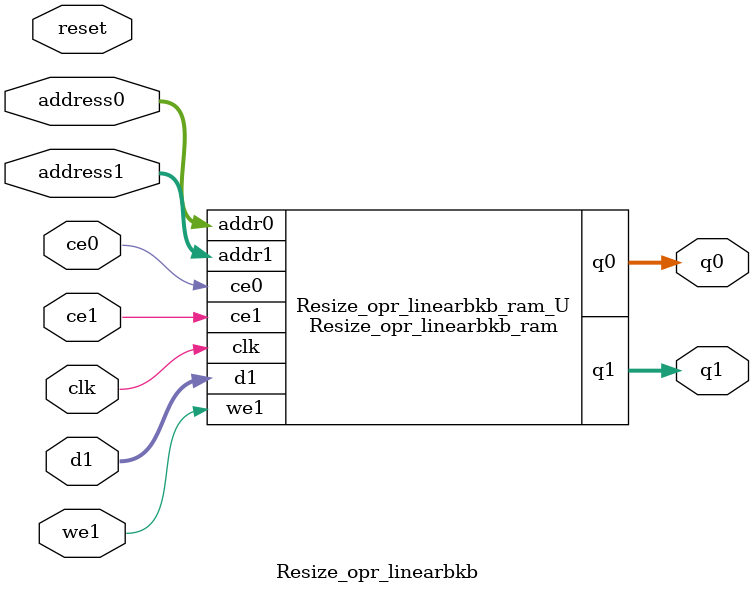
<source format=v>
`timescale 1 ns / 1 ps
module Resize_opr_linearbkb_ram (addr0, ce0, q0, addr1, ce1, d1, we1, q1,  clk);

parameter DWIDTH = 8;
parameter AWIDTH = 10;
parameter MEM_SIZE = 801;

input[AWIDTH-1:0] addr0;
input ce0;
output reg[DWIDTH-1:0] q0;
input[AWIDTH-1:0] addr1;
input ce1;
input[DWIDTH-1:0] d1;
input we1;
output reg[DWIDTH-1:0] q1;
input clk;

(* ram_style = "block" *)reg [DWIDTH-1:0] ram[0:MEM_SIZE-1];




always @(posedge clk)  
begin 
    if (ce0) 
    begin
        q0 <= ram[addr0];
    end
end


always @(posedge clk)  
begin 
    if (ce1) 
    begin
        if (we1) 
        begin 
            ram[addr1] <= d1; 
        end 
        q1 <= ram[addr1];
    end
end


endmodule

`timescale 1 ns / 1 ps
module Resize_opr_linearbkb(
    reset,
    clk,
    address0,
    ce0,
    q0,
    address1,
    ce1,
    we1,
    d1,
    q1);

parameter DataWidth = 32'd8;
parameter AddressRange = 32'd801;
parameter AddressWidth = 32'd10;
input reset;
input clk;
input[AddressWidth - 1:0] address0;
input ce0;
output[DataWidth - 1:0] q0;
input[AddressWidth - 1:0] address1;
input ce1;
input we1;
input[DataWidth - 1:0] d1;
output[DataWidth - 1:0] q1;



Resize_opr_linearbkb_ram Resize_opr_linearbkb_ram_U(
    .clk( clk ),
    .addr0( address0 ),
    .ce0( ce0 ),
    .q0( q0 ),
    .addr1( address1 ),
    .ce1( ce1 ),
    .we1( we1 ),
    .d1( d1 ),
    .q1( q1 ));

endmodule


</source>
